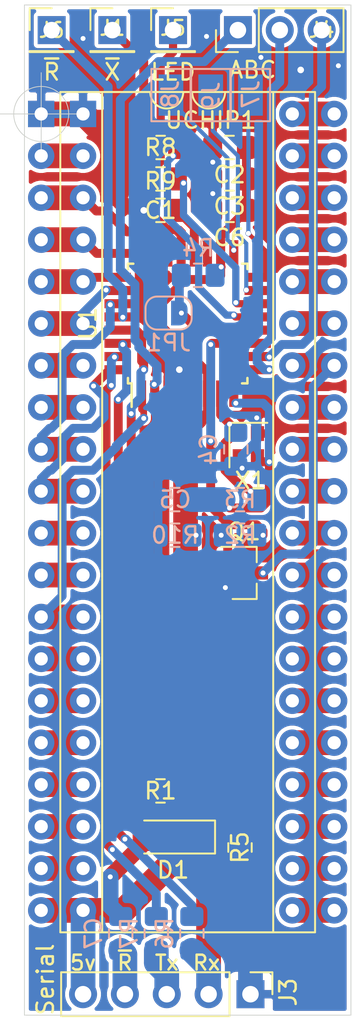
<source format=kicad_pcb>
(kicad_pcb (version 20171130) (host pcbnew "(5.1.5)-3")
  (layers (0 F.Cu signal) (31 B.Cu signal) (34 B.Paste user hide) (35 F.Paste user hide) (36 B.SilkS user) (37 F.SilkS user) (38 B.Mask user) (39 F.Mask user hide) (44 Edge.Cuts user))
  (net 0 "")
  (net 1 GND)
  (net 2 +5V)
  (net 3 /XTAL1)
  (net 4 /XTAL2)
  (net 5 "Net-(J1-Pad1)")
  (net 6 /ICSP-MISO)
  (net 7 /ICSP-SCK)
  (net 8 /ICSP-MOSI)
  (net 9 /ICSP-~RESET)
  (net 10 /SER-RXD)
  (net 11 /SER-TXD)
  (net 12 /KSW-A)
  (net 13 /KSW-B)
  (net 14 /KSW-C)
  (net 15 "Net-(J5-Pad1)")
  (net 16 /~RESTORE)
  (net 17 "Net-(JP1-Pad2)")
  (net 18 "Net-(Q1-Pad1)")
  (net 19 /U~RESET)
  (net 20 /URESET)
  (net 21 "Net-(R8-Pad2)")
  (net 22 "Net-(R9-Pad2)")
  (net 23 /ROW3)
  (net 24 /COL1)
  (net 25 /COL2)
  (net 26 /COL3)
  (net 27 /COL4)
  (net 28 /COL7)
  (net 29 /ROW0)
  (net 30 /UCNT)
  (net 31 /USIO)
  (net 32 /UTOD)
  (net 33 /UA0)
  (net 34 /U~PC)
  (net 35 /UA1)
  (net 36 /ROW7)
  (net 37 /UA2)
  (net 38 /ROW6)
  (net 39 /UA3)
  (net 40 /ROW5)
  (net 41 /ROW4)
  (net 42 /D0)
  (net 43 /D1)
  (net 44 /ROW2)
  (net 45 /D2)
  (net 46 /ROW1)
  (net 47 /D3)
  (net 48 /D4)
  (net 49 /D5)
  (net 50 /COL6)
  (net 51 /D6)
  (net 52 /COL5)
  (net 53 /D7)
  (net 54 /UCLK)
  (net 55 /U~FLAG)
  (net 56 /U~CE)
  (net 57 /UR~W)
  (net 58 /COL0)
  (net 59 /U~IRQ)
  (net 60 "Net-(C7-Pad2)")
  (net 61 "Net-(J3-Pad2)")
  (net 62 "Net-(J3-Pad3)")
  (net 63 "Net-(C1-Pad1)")
  (module Package_QFP:TQFP-32_7x7mm_P0.8mm (layer F.Cu) (at 107.95 63.5 90)
    (fp_text reference U1 (at 0 -6.05 90) (layer F.SilkS))
    (fp_text value ATmega328P-AU)
    (pad 1 smd rect (at -4.25 -2.8 90) (size 1.6 0.55) (layers F.Cu F.Paste F.Mask) (net 23 /ROW3))
    (pad 2 smd rect (at -4.25 -2 90) (size 1.6 0.55) (layers F.Cu F.Paste F.Mask) (net 12 /KSW-A))
    (pad 3 smd rect (at -4.25 -1.2 90) (size 1.6 0.55) (layers F.Cu F.Paste F.Mask) (net 1 GND))
    (pad 4 smd rect (at -4.25 -0.4 90) (size 1.6 0.55) (layers F.Cu F.Paste F.Mask) (net 2 +5V))
    (pad 5 smd rect (at -4.25 0.4 90) (size 1.6 0.55) (layers F.Cu F.Paste F.Mask) (net 1 GND))
    (pad 6 smd rect (at -4.25 1.2 90) (size 1.6 0.55) (layers F.Cu F.Paste F.Mask) (net 2 +5V))
    (pad 7 smd rect (at -4.25 2 90) (size 1.6 0.55) (layers F.Cu F.Paste F.Mask) (net 3 /XTAL1))
    (pad 8 smd rect (at -4.25 2.8 90) (size 1.6 0.55) (layers F.Cu F.Paste F.Mask) (net 4 /XTAL2))
    (pad 9 smd rect (at -2.8 4.25 180) (size 1.6 0.55) (layers F.Cu F.Paste F.Mask) (net 13 /KSW-B))
    (pad 10 smd rect (at -2 4.25 180) (size 1.6 0.55) (layers F.Cu F.Paste F.Mask) (net 14 /KSW-C))
    (pad 11 smd rect (at -1.2 4.25 180) (size 1.6 0.55) (layers F.Cu F.Paste F.Mask) (net 20 /URESET))
    (pad 12 smd rect (at -0.4 4.25 180) (size 1.6 0.55) (layers F.Cu F.Paste F.Mask) (net 17 "Net-(JP1-Pad2)"))
    (pad 13 smd rect (at 0.4 4.25 180) (size 1.6 0.55) (layers F.Cu F.Paste F.Mask) (net 21 "Net-(R8-Pad2)"))
    (pad 14 smd rect (at 1.2 4.25 180) (size 1.6 0.55) (layers F.Cu F.Paste F.Mask) (net 22 "Net-(R9-Pad2)"))
    (pad 15 smd rect (at 2 4.25 180) (size 1.6 0.55) (layers F.Cu F.Paste F.Mask) (net 8 /ICSP-MOSI))
    (pad 16 smd rect (at 2.8 4.25 180) (size 1.6 0.55) (layers F.Cu F.Paste F.Mask) (net 6 /ICSP-MISO))
    (pad 17 smd rect (at 4.25 2.8 90) (size 1.6 0.55) (layers F.Cu F.Paste F.Mask) (net 7 /ICSP-SCK))
    (pad 18 smd rect (at 4.25 2 90) (size 1.6 0.55) (layers F.Cu F.Paste F.Mask) (net 2 +5V))
    (pad 19 smd rect (at 4.25 1.2 90) (size 1.6 0.55) (layers F.Cu F.Paste F.Mask))
    (pad 20 smd rect (at 4.25 0.4 90) (size 1.6 0.55) (layers F.Cu F.Paste F.Mask) (net 63 "Net-(C1-Pad1)"))
    (pad 21 smd rect (at 4.25 -0.4 90) (size 1.6 0.55) (layers F.Cu F.Paste F.Mask) (net 1 GND))
    (pad 22 smd rect (at 4.25 -1.2 90) (size 1.6 0.55) (layers F.Cu F.Paste F.Mask))
    (pad 23 smd rect (at 4.25 -2 90) (size 1.6 0.55) (layers F.Cu F.Paste F.Mask) (net 24 /COL1))
    (pad 24 smd rect (at 4.25 -2.8 90) (size 1.6 0.55) (layers F.Cu F.Paste F.Mask) (net 25 /COL2))
    (pad 25 smd rect (at 2.8 -4.25 180) (size 1.6 0.55) (layers F.Cu F.Paste F.Mask) (net 26 /COL3))
    (pad 26 smd rect (at 2 -4.25 180) (size 1.6 0.55) (layers F.Cu F.Paste F.Mask) (net 27 /COL4))
    (pad 27 smd rect (at 1.2 -4.25 180) (size 1.6 0.55) (layers F.Cu F.Paste F.Mask) (net 28 /COL7))
    (pad 28 smd rect (at 0.4 -4.25 180) (size 1.6 0.55) (layers F.Cu F.Paste F.Mask) (net 16 /~RESTORE))
    (pad 29 smd rect (at -0.4 -4.25 180) (size 1.6 0.55) (layers F.Cu F.Paste F.Mask) (net 9 /ICSP-~RESET))
    (pad 30 smd rect (at -1.2 -4.25 180) (size 1.6 0.55) (layers F.Cu F.Paste F.Mask) (net 10 /SER-RXD))
    (pad 31 smd rect (at -2 -4.25 180) (size 1.6 0.55) (layers F.Cu F.Paste F.Mask) (net 11 /SER-TXD))
    (pad 32 smd rect (at -2.8 -4.25 180) (size 1.6 0.55) (layers F.Cu F.Paste F.Mask) (net 29 /ROW0))
  )
  (module Package_DIP:DIP-40_W15.24mm (layer F.Cu) (at 101.6 50.8)
    (fp_text reference UCHIP1 (at 7.747 0.381) (layer F.SilkS))
    (fp_text value MOS6526)
    (pad 40 thru_hole oval (at 15.24 0) (size 1.6 1.6) (drill 0.8) (layers *.Cu *.Mask) (net 30 /UCNT))
    (pad 20 thru_hole oval (at 0 48.26) (size 1.6 1.6) (drill 0.8) (layers *.Cu *.Mask) (net 2 +5V))
    (pad 39 thru_hole oval (at 15.24 2.54) (size 1.6 1.6) (drill 0.8) (layers *.Cu *.Mask) (net 31 /USIO))
    (pad 19 thru_hole oval (at 0 45.72) (size 1.6 1.6) (drill 0.8) (layers *.Cu *.Mask) (net 32 /UTOD))
    (pad 38 thru_hole oval (at 15.24 5.08) (size 1.6 1.6) (drill 0.8) (layers *.Cu *.Mask) (net 33 /UA0))
    (pad 18 thru_hole oval (at 0 43.18) (size 1.6 1.6) (drill 0.8) (layers *.Cu *.Mask) (net 34 /U~PC))
    (pad 37 thru_hole oval (at 15.24 7.62) (size 1.6 1.6) (drill 0.8) (layers *.Cu *.Mask) (net 35 /UA1))
    (pad 17 thru_hole oval (at 0 40.64) (size 1.6 1.6) (drill 0.8) (layers *.Cu *.Mask) (net 36 /ROW7))
    (pad 36 thru_hole oval (at 15.24 10.16) (size 1.6 1.6) (drill 0.8) (layers *.Cu *.Mask) (net 37 /UA2))
    (pad 16 thru_hole oval (at 0 38.1) (size 1.6 1.6) (drill 0.8) (layers *.Cu *.Mask) (net 38 /ROW6))
    (pad 35 thru_hole oval (at 15.24 12.7) (size 1.6 1.6) (drill 0.8) (layers *.Cu *.Mask) (net 39 /UA3))
    (pad 15 thru_hole oval (at 0 35.56) (size 1.6 1.6) (drill 0.8) (layers *.Cu *.Mask) (net 40 /ROW5))
    (pad 34 thru_hole oval (at 15.24 15.24) (size 1.6 1.6) (drill 0.8) (layers *.Cu *.Mask) (net 19 /U~RESET))
    (pad 14 thru_hole oval (at 0 33.02) (size 1.6 1.6) (drill 0.8) (layers *.Cu *.Mask) (net 41 /ROW4))
    (pad 33 thru_hole oval (at 15.24 17.78) (size 1.6 1.6) (drill 0.8) (layers *.Cu *.Mask) (net 42 /D0))
    (pad 13 thru_hole oval (at 0 30.48) (size 1.6 1.6) (drill 0.8) (layers *.Cu *.Mask) (net 23 /ROW3))
    (pad 32 thru_hole oval (at 15.24 20.32) (size 1.6 1.6) (drill 0.8) (layers *.Cu *.Mask) (net 43 /D1))
    (pad 12 thru_hole oval (at 0 27.94) (size 1.6 1.6) (drill 0.8) (layers *.Cu *.Mask) (net 44 /ROW2))
    (pad 31 thru_hole oval (at 15.24 22.86) (size 1.6 1.6) (drill 0.8) (layers *.Cu *.Mask) (net 45 /D2))
    (pad 11 thru_hole oval (at 0 25.4) (size 1.6 1.6) (drill 0.8) (layers *.Cu *.Mask) (net 46 /ROW1))
    (pad 30 thru_hole oval (at 15.24 25.4) (size 1.6 1.6) (drill 0.8) (layers *.Cu *.Mask) (net 47 /D3))
    (pad 10 thru_hole oval (at 0 22.86) (size 1.6 1.6) (drill 0.8) (layers *.Cu *.Mask) (net 29 /ROW0))
    (pad 29 thru_hole oval (at 15.24 27.94) (size 1.6 1.6) (drill 0.8) (layers *.Cu *.Mask) (net 48 /D4))
    (pad 9 thru_hole oval (at 0 20.32) (size 1.6 1.6) (drill 0.8) (layers *.Cu *.Mask) (net 28 /COL7))
    (pad 28 thru_hole oval (at 15.24 30.48) (size 1.6 1.6) (drill 0.8) (layers *.Cu *.Mask) (net 49 /D5))
    (pad 8 thru_hole oval (at 0 17.78) (size 1.6 1.6) (drill 0.8) (layers *.Cu *.Mask) (net 50 /COL6))
    (pad 27 thru_hole oval (at 15.24 33.02) (size 1.6 1.6) (drill 0.8) (layers *.Cu *.Mask) (net 51 /D6))
    (pad 7 thru_hole oval (at 0 15.24) (size 1.6 1.6) (drill 0.8) (layers *.Cu *.Mask) (net 52 /COL5))
    (pad 26 thru_hole oval (at 15.24 35.56) (size 1.6 1.6) (drill 0.8) (layers *.Cu *.Mask) (net 53 /D7))
    (pad 6 thru_hole oval (at 0 12.7) (size 1.6 1.6) (drill 0.8) (layers *.Cu *.Mask) (net 27 /COL4))
    (pad 25 thru_hole oval (at 15.24 38.1) (size 1.6 1.6) (drill 0.8) (layers *.Cu *.Mask) (net 54 /UCLK))
    (pad 5 thru_hole oval (at 0 10.16) (size 1.6 1.6) (drill 0.8) (layers *.Cu *.Mask) (net 26 /COL3))
    (pad 24 thru_hole oval (at 15.24 40.64) (size 1.6 1.6) (drill 0.8) (layers *.Cu *.Mask) (net 55 /U~FLAG))
    (pad 4 thru_hole oval (at 0 7.62) (size 1.6 1.6) (drill 0.8) (layers *.Cu *.Mask) (net 25 /COL2))
    (pad 23 thru_hole oval (at 15.24 43.18) (size 1.6 1.6) (drill 0.8) (layers *.Cu *.Mask) (net 56 /U~CE))
    (pad 3 thru_hole oval (at 0 5.08) (size 1.6 1.6) (drill 0.8) (layers *.Cu *.Mask) (net 24 /COL1))
    (pad 22 thru_hole oval (at 15.24 45.72) (size 1.6 1.6) (drill 0.8) (layers *.Cu *.Mask) (net 57 /UR~W))
    (pad 2 thru_hole oval (at 0 2.54) (size 1.6 1.6) (drill 0.8) (layers *.Cu *.Mask) (net 58 /COL0))
    (pad 21 thru_hole oval (at 15.24 48.26) (size 1.6 1.6) (drill 0.8) (layers *.Cu *.Mask) (net 59 /U~IRQ))
    (pad 1 thru_hole rect (at 0 0) (size 1.6 1.6) (drill 0.8) (layers *.Cu *.Mask) (net 1 GND))
  )
  (module Package_DIP:DIP-40_W15.24mm (layer F.Cu) (at 99.06 50.8)
    (fp_text reference USOCKET1)
    (fp_text value MOS6526)
    (pad 1 thru_hole rect (at 0 0) (size 1.6 1.6) (drill 0.8) (layers *.Cu *.Mask) (net 1 GND))
    (pad 21 thru_hole oval (at 15.24 48.26) (size 1.6 1.6) (drill 0.8) (layers *.Cu *.Mask) (net 59 /U~IRQ))
    (pad 2 thru_hole oval (at 0 2.54) (size 1.6 1.6) (drill 0.8) (layers *.Cu *.Mask) (net 58 /COL0))
    (pad 22 thru_hole oval (at 15.24 45.72) (size 1.6 1.6) (drill 0.8) (layers *.Cu *.Mask) (net 57 /UR~W))
    (pad 3 thru_hole oval (at 0 5.08) (size 1.6 1.6) (drill 0.8) (layers *.Cu *.Mask) (net 24 /COL1))
    (pad 23 thru_hole oval (at 15.24 43.18) (size 1.6 1.6) (drill 0.8) (layers *.Cu *.Mask) (net 56 /U~CE))
    (pad 4 thru_hole oval (at 0 7.62) (size 1.6 1.6) (drill 0.8) (layers *.Cu *.Mask) (net 25 /COL2))
    (pad 24 thru_hole oval (at 15.24 40.64) (size 1.6 1.6) (drill 0.8) (layers *.Cu *.Mask) (net 55 /U~FLAG))
    (pad 5 thru_hole oval (at 0 10.16) (size 1.6 1.6) (drill 0.8) (layers *.Cu *.Mask) (net 26 /COL3))
    (pad 25 thru_hole oval (at 15.24 38.1) (size 1.6 1.6) (drill 0.8) (layers *.Cu *.Mask) (net 54 /UCLK))
    (pad 6 thru_hole oval (at 0 12.7) (size 1.6 1.6) (drill 0.8) (layers *.Cu *.Mask) (net 27 /COL4))
    (pad 26 thru_hole oval (at 15.24 35.56) (size 1.6 1.6) (drill 0.8) (layers *.Cu *.Mask) (net 53 /D7))
    (pad 7 thru_hole oval (at 0 15.24) (size 1.6 1.6) (drill 0.8) (layers *.Cu *.Mask) (net 52 /COL5))
    (pad 27 thru_hole oval (at 15.24 33.02) (size 1.6 1.6) (drill 0.8) (layers *.Cu *.Mask) (net 51 /D6))
    (pad 8 thru_hole oval (at 0 17.78) (size 1.6 1.6) (drill 0.8) (layers *.Cu *.Mask) (net 50 /COL6))
    (pad 28 thru_hole oval (at 15.24 30.48) (size 1.6 1.6) (drill 0.8) (layers *.Cu *.Mask) (net 49 /D5))
    (pad 9 thru_hole oval (at 0 20.32) (size 1.6 1.6) (drill 0.8) (layers *.Cu *.Mask) (net 28 /COL7))
    (pad 29 thru_hole oval (at 15.24 27.94) (size 1.6 1.6) (drill 0.8) (layers *.Cu *.Mask) (net 48 /D4))
    (pad 10 thru_hole oval (at 0 22.86) (size 1.6 1.6) (drill 0.8) (layers *.Cu *.Mask) (net 29 /ROW0))
    (pad 30 thru_hole oval (at 15.24 25.4) (size 1.6 1.6) (drill 0.8) (layers *.Cu *.Mask) (net 47 /D3))
    (pad 11 thru_hole oval (at 0 25.4) (size 1.6 1.6) (drill 0.8) (layers *.Cu *.Mask) (net 46 /ROW1))
    (pad 31 thru_hole oval (at 15.24 22.86) (size 1.6 1.6) (drill 0.8) (layers *.Cu *.Mask) (net 45 /D2))
    (pad 12 thru_hole oval (at 0 27.94) (size 1.6 1.6) (drill 0.8) (layers *.Cu *.Mask) (net 44 /ROW2))
    (pad 32 thru_hole oval (at 15.24 20.32) (size 1.6 1.6) (drill 0.8) (layers *.Cu *.Mask) (net 43 /D1))
    (pad 13 thru_hole oval (at 0 30.48) (size 1.6 1.6) (drill 0.8) (layers *.Cu *.Mask) (net 23 /ROW3))
    (pad 33 thru_hole oval (at 15.24 17.78) (size 1.6 1.6) (drill 0.8) (layers *.Cu *.Mask) (net 42 /D0))
    (pad 14 thru_hole oval (at 0 33.02) (size 1.6 1.6) (drill 0.8) (layers *.Cu *.Mask) (net 41 /ROW4))
    (pad 34 thru_hole oval (at 15.24 15.24) (size 1.6 1.6) (drill 0.8) (layers *.Cu *.Mask) (net 19 /U~RESET))
    (pad 15 thru_hole oval (at 0 35.56) (size 1.6 1.6) (drill 0.8) (layers *.Cu *.Mask) (net 40 /ROW5))
    (pad 35 thru_hole oval (at 15.24 12.7) (size 1.6 1.6) (drill 0.8) (layers *.Cu *.Mask) (net 39 /UA3))
    (pad 16 thru_hole oval (at 0 38.1) (size 1.6 1.6) (drill 0.8) (layers *.Cu *.Mask) (net 38 /ROW6))
    (pad 36 thru_hole oval (at 15.24 10.16) (size 1.6 1.6) (drill 0.8) (layers *.Cu *.Mask) (net 37 /UA2))
    (pad 17 thru_hole oval (at 0 40.64) (size 1.6 1.6) (drill 0.8) (layers *.Cu *.Mask) (net 36 /ROW7))
    (pad 37 thru_hole oval (at 15.24 7.62) (size 1.6 1.6) (drill 0.8) (layers *.Cu *.Mask) (net 35 /UA1))
    (pad 18 thru_hole oval (at 0 43.18) (size 1.6 1.6) (drill 0.8) (layers *.Cu *.Mask) (net 34 /U~PC))
    (pad 38 thru_hole oval (at 15.24 5.08) (size 1.6 1.6) (drill 0.8) (layers *.Cu *.Mask) (net 33 /UA0))
    (pad 19 thru_hole oval (at 0 45.72) (size 1.6 1.6) (drill 0.8) (layers *.Cu *.Mask) (net 32 /UTOD))
    (pad 39 thru_hole oval (at 15.24 2.54) (size 1.6 1.6) (drill 0.8) (layers *.Cu *.Mask) (net 31 /USIO))
    (pad 20 thru_hole oval (at 0 48.26) (size 1.6 1.6) (drill 0.8) (layers *.Cu *.Mask) (net 2 +5V))
    (pad 40 thru_hole oval (at 15.24 0) (size 1.6 1.6) (drill 0.8) (layers *.Cu *.Mask) (net 30 /UCNT))
  )
  (module Capacitor_SMD:C_0805_2012Metric_Pad1.15x1.40mm_HandSolder (layer F.Cu) (at 106.299 56.642 180)
    (fp_text reference C1 (at 0 0) (layer F.SilkS))
    (fp_text value 0.1uF)
    (pad 1 smd roundrect (at -1.025 0 180) (size 1.15 1.4) (layers F.Cu F.Paste F.Mask) (roundrect_rratio 0.217391) (net 63 "Net-(C1-Pad1)"))
    (pad 2 smd roundrect (at 1.025 0 180) (size 1.15 1.4) (layers F.Cu F.Paste F.Mask) (roundrect_rratio 0.217391) (net 1 GND))
  )
  (module Capacitor_SMD:C_0805_2012Metric_Pad1.15x1.40mm_HandSolder (layer F.Cu) (at 110.49 52.832 180)
    (fp_text reference C2 (at 0 -1.65) (layer F.SilkS))
    (fp_text value 0.1uF)
    (pad 2 smd roundrect (at 1.025 0 180) (size 1.15 1.4) (layers F.Cu F.Paste F.Mask) (roundrect_rratio 0.217391) (net 1 GND))
    (pad 1 smd roundrect (at -1.025 0 180) (size 1.15 1.4) (layers F.Cu F.Paste F.Mask) (roundrect_rratio 0.217391) (net 2 +5V))
  )
  (module Capacitor_SMD:C_0805_2012Metric_Pad1.15x1.40mm_HandSolder (layer F.Cu) (at 110.49 54.737 180)
    (fp_text reference C3 (at 0 -1.65) (layer F.SilkS))
    (fp_text value 0.1uF)
    (pad 1 smd roundrect (at -1.025 0 180) (size 1.15 1.4) (layers F.Cu F.Paste F.Mask) (roundrect_rratio 0.217391) (net 2 +5V))
    (pad 2 smd roundrect (at 1.025 0 180) (size 1.15 1.4) (layers F.Cu F.Paste F.Mask) (roundrect_rratio 0.217391) (net 1 GND))
  )
  (module Capacitor_SMD:C_0805_2012Metric_Pad1.15x1.40mm_HandSolder (layer B.Cu) (at 110.871 71.12 270)
    (fp_text reference C4 (at 0 1.65 270) (layer B.SilkS) (effects (justify mirror)))
    (fp_text value 22pF)
    (pad 2 smd roundrect (at 1.025 0 270) (size 1.15 1.4) (layers B.Cu B.Paste B.Mask) (roundrect_rratio 0.217391) (net 1 GND))
    (pad 1 smd roundrect (at -1.025 0 270) (size 1.15 1.4) (layers B.Cu B.Paste B.Mask) (roundrect_rratio 0.217391) (net 3 /XTAL1))
  )
  (module Capacitor_SMD:C_0805_2012Metric_Pad1.15x1.40mm_HandSolder (layer B.Cu) (at 107.188 74.168 180)
    (fp_text reference C5 (at 0 0) (layer B.SilkS) (effects (justify mirror)))
    (fp_text value 22pF)
    (pad 1 smd roundrect (at -1.025 0 180) (size 1.15 1.4) (layers B.Cu B.Paste B.Mask) (roundrect_rratio 0.217391) (net 4 /XTAL2))
    (pad 2 smd roundrect (at 1.025 0 180) (size 1.15 1.4) (layers B.Cu B.Paste B.Mask) (roundrect_rratio 0.217391) (net 1 GND))
  )
  (module Capacitor_SMD:C_0805_2012Metric_Pad1.15x1.40mm_HandSolder (layer F.Cu) (at 110.49 56.642 180)
    (fp_text reference C6 (at 0 -1.65) (layer F.SilkS))
    (fp_text value 0.1uF)
    (pad 2 smd roundrect (at 1.025 0 180) (size 1.15 1.4) (layers F.Cu F.Paste F.Mask) (roundrect_rratio 0.217391) (net 1 GND))
    (pad 1 smd roundrect (at -1.025 0 180) (size 1.15 1.4) (layers F.Cu F.Paste F.Mask) (roundrect_rratio 0.217391) (net 2 +5V))
  )
  (module Connector_PinHeader_2.54mm:PinHeader_1x01_P2.54mm_Vertical (layer F.Cu) (at 103.378 45.72)
    (fp_text reference J1 (at 0 -0.127) (layer F.SilkS) (effects (font (size 0.9 0.9))))
    (fp_text value ~EXROM)
    (pad 1 thru_hole rect (at 0 0) (size 1.7 1.7) (drill 1) (layers *.Cu *.Mask) (net 5 "Net-(J1-Pad1)"))
  )
  (module Connector_PinHeader_2.54mm:PinHeader_1x05_P2.54mm_Vertical (layer F.Cu) (at 111.76 104.14 270)
    (fp_text reference J3 (at -0.127 -2.286 90) (layer F.SilkS))
    (fp_text value Serial (at -0.889 12.446 90) (layer F.SilkS))
    (pad 1 thru_hole rect (at 0 0 270) (size 1.7 1.7) (drill 1) (layers *.Cu *.Mask) (net 1 GND))
    (pad 2 thru_hole oval (at 0 2.54 270) (size 1.7 1.7) (drill 1) (layers *.Cu *.Mask) (net 61 "Net-(J3-Pad2)"))
    (pad 3 thru_hole oval (at 0 5.08 270) (size 1.7 1.7) (drill 1) (layers *.Cu *.Mask) (net 62 "Net-(J3-Pad3)"))
    (pad 4 thru_hole oval (at 0 7.62 270) (size 1.7 1.7) (drill 1) (layers *.Cu *.Mask) (net 60 "Net-(C7-Pad2)"))
    (pad 5 thru_hole oval (at 0 10.16 270) (size 1.7 1.7) (drill 1) (layers *.Cu *.Mask) (net 2 +5V))
  )
  (module Connector_PinHeader_2.54mm:PinHeader_1x03_P2.54mm_Vertical (layer F.Cu) (at 110.998 45.72 90)
    (fp_text reference J4 (at 0 5.08 180) (layer F.SilkS) (effects (font (size 0.9 0.9))))
    (fp_text value KSW)
    (pad 1 thru_hole rect (at 0 0 90) (size 1.7 1.7) (drill 1) (layers *.Cu *.Mask) (net 12 /KSW-A))
    (pad 2 thru_hole oval (at 0 2.54 90) (size 1.7 1.7) (drill 1) (layers *.Cu *.Mask) (net 13 /KSW-B))
    (pad 3 thru_hole oval (at 0 5.08 90) (size 1.7 1.7) (drill 1) (layers *.Cu *.Mask) (net 14 /KSW-C))
  )
  (module Connector_PinHeader_2.54mm:PinHeader_1x01_P2.54mm_Vertical (layer F.Cu) (at 107.061 45.72)
    (fp_text reference J5 (at 0 -0.127) (layer F.SilkS) (effects (font (size 0.9 0.9))))
    (fp_text value RESIO)
    (pad 1 thru_hole rect (at 0 0) (size 1.7 1.7) (drill 1) (layers *.Cu *.Mask) (net 15 "Net-(J5-Pad1)"))
  )
  (module Connector_PinHeader_2.54mm:PinHeader_1x01_P2.54mm_Vertical (layer F.Cu) (at 99.695 45.72)
    (fp_text reference J6 (at 0 0) (layer F.SilkS) (effects (font (size 0.9 0.9))))
    (fp_text value ~RESTORE)
    (pad 1 thru_hole rect (at 0 0) (size 1.7 1.7) (drill 1) (layers *.Cu *.Mask) (net 16 /~RESTORE))
  )
  (module Jumper:SolderJumper-2_P1.3mm_Open_RoundedPad1.0x1.5mm (layer B.Cu) (at 106.792 62.865)
    (fp_text reference JP1 (at 0 1.8) (layer B.SilkS) (effects (justify mirror)))
    (fp_text value ~SHRTBRD)
    (pad 1 smd custom (at -0.65 0) (size 1 0.5) (layers B.Cu B.Mask) (net 1 GND) (options (clearance outline) (anchor rect)) (primitives (gr_circle (center 0 -0.25) (end 0.5 -0.25) (width 0)) (gr_circle (center 0 0.25) (end 0.5 0.25) (width 0)) (gr_poly (pts (xy 0 0.75) (xy 0.5 0.75) (xy 0.5 -0.75) (xy 0 -0.75)) (width 0))))
    (pad 2 smd custom (at 0.65 0) (size 1 0.5) (layers B.Cu B.Mask) (net 17 "Net-(JP1-Pad2)") (options (clearance outline) (anchor rect)) (primitives (gr_circle (center 0 -0.25) (end 0.5 -0.25) (width 0)) (gr_circle (center 0 0.25) (end 0.5 0.25) (width 0)) (gr_poly (pts (xy 0 0.75) (xy -0.5 0.75) (xy -0.5 -0.75) (xy 0 -0.75)) (width 0))))
  )
  (module Package_TO_SOT_SMD:SOT-23 (layer F.Cu) (at 111.379 78.613)
    (fp_text reference Q1 (at 0 -2.5) (layer F.SilkS))
    (fp_text value BC846)
    (pad 1 smd rect (at -1 -0.95) (size 0.9 0.8) (layers F.Cu F.Paste F.Mask) (net 18 "Net-(Q1-Pad1)"))
    (pad 2 smd rect (at -1 0.95) (size 0.9 0.8) (layers F.Cu F.Paste F.Mask) (net 1 GND))
    (pad 3 smd rect (at 1 0) (size 0.9 0.8) (layers F.Cu F.Paste F.Mask) (net 19 /U~RESET))
  )
  (module Resistor_SMD:R_0805_2012Metric_Pad1.15x1.40mm_HandSolder (layer B.Cu) (at 111.125 76.327)
    (fp_text reference R2 (at 0 0) (layer B.SilkS) (effects (justify mirror)))
    (fp_text value 10K)
    (pad 2 smd roundrect (at 1.025 0) (size 1.15 1.4) (layers B.Cu B.Paste B.Mask) (roundrect_rratio 0.217391) (net 20 /URESET))
    (pad 1 smd roundrect (at -1.025 0) (size 1.15 1.4) (layers B.Cu B.Paste B.Mask) (roundrect_rratio 0.217391) (net 18 "Net-(Q1-Pad1)"))
  )
  (module Resistor_SMD:R_0805_2012Metric_Pad1.15x1.40mm_HandSolder (layer B.Cu) (at 111.125 74.168)
    (fp_text reference R3 (at 0 0) (layer B.SilkS) (effects (justify mirror)))
    (fp_text value 1M)
    (pad 2 smd roundrect (at 1.025 0) (size 1.15 1.4) (layers B.Cu B.Paste B.Mask) (roundrect_rratio 0.217391) (net 3 /XTAL1))
    (pad 1 smd roundrect (at -1.025 0) (size 1.15 1.4) (layers B.Cu B.Paste B.Mask) (roundrect_rratio 0.217391) (net 4 /XTAL2))
  )
  (module Resistor_SMD:R_0805_2012Metric_Pad1.15x1.40mm_HandSolder (layer B.Cu) (at 108.585 60.579 180)
    (fp_text reference R4 (at 0 1.65) (layer B.SilkS) (effects (justify mirror)))
    (fp_text value 10K)
    (pad 1 smd roundrect (at -1.025 0 180) (size 1.15 1.4) (layers B.Cu B.Paste B.Mask) (roundrect_rratio 0.217391) (net 2 +5V))
    (pad 2 smd roundrect (at 1.025 0 180) (size 1.15 1.4) (layers B.Cu B.Paste B.Mask) (roundrect_rratio 0.217391) (net 17 "Net-(JP1-Pad2)"))
  )
  (module Resistor_SMD:R_0805_2012Metric_Pad1.15x1.40mm_HandSolder (layer F.Cu) (at 106.308 52.832)
    (fp_text reference R8 (at -0.009 0) (layer F.SilkS))
    (fp_text value 220R)
    (pad 2 smd roundrect (at 1.025 0) (size 1.15 1.4) (layers F.Cu F.Paste F.Mask) (roundrect_rratio 0.217391) (net 21 "Net-(R8-Pad2)"))
    (pad 1 smd roundrect (at -1.025 0) (size 1.15 1.4) (layers F.Cu F.Paste F.Mask) (roundrect_rratio 0.217391) (net 5 "Net-(J1-Pad1)"))
  )
  (module Resistor_SMD:R_0805_2012Metric_Pad1.15x1.40mm_HandSolder (layer F.Cu) (at 106.299 54.737)
    (fp_text reference R9 (at 0 0.127) (layer F.SilkS))
    (fp_text value 330R)
    (pad 1 smd roundrect (at -1.025 0) (size 1.15 1.4) (layers F.Cu F.Paste F.Mask) (roundrect_rratio 0.217391) (net 15 "Net-(J5-Pad1)"))
    (pad 2 smd roundrect (at 1.025 0) (size 1.15 1.4) (layers F.Cu F.Paste F.Mask) (roundrect_rratio 0.217391) (net 22 "Net-(R9-Pad2)"))
  )
  (module Resistor_SMD:R_0805_2012Metric_Pad1.15x1.40mm_HandSolder (layer B.Cu) (at 107.188 76.327 180)
    (fp_text reference R10 (at 0 0) (layer B.SilkS) (effects (justify mirror)))
    (fp_text value 1M)
    (pad 1 smd roundrect (at -1.025 0 180) (size 1.15 1.4) (layers B.Cu B.Paste B.Mask) (roundrect_rratio 0.217391) (net 2 +5V))
    (pad 2 smd roundrect (at 1.025 0 180) (size 1.15 1.4) (layers B.Cu B.Paste B.Mask) (roundrect_rratio 0.217391) (net 1 GND))
  )
  (module Crystal:Crystal_SMD_2016-4Pin_2.0x1.6mm (layer F.Cu) (at 111.633 70.866 270)
    (fp_text reference X1 (at 2.159 -0.127 180) (layer F.SilkS))
    (fp_text value 16MHz)
    (pad 1 smd rect (at -0.7 0.55 270) (size 0.9 0.8) (layers F.Cu F.Paste F.Mask) (net 3 /XTAL1))
    (pad 2 smd rect (at 0.7 0.55 270) (size 0.9 0.8) (layers F.Cu F.Paste F.Mask) (net 1 GND))
    (pad 3 smd rect (at 0.7 -0.55 270) (size 0.9 0.8) (layers F.Cu F.Paste F.Mask) (net 4 /XTAL2))
    (pad 4 smd rect (at -0.7 -0.55 270) (size 0.9 0.8) (layers F.Cu F.Paste F.Mask) (net 1 GND))
  )
  (module Capacitor_SMD:C_0805_2012Metric_Pad1.15x1.40mm_HandSolder (layer B.Cu) (at 103.886 100.457 270)
    (fp_text reference C7 (at 0 1.65 270) (layer B.SilkS) (effects (justify mirror)))
    (fp_text value 0.1uF)
    (pad 1 smd roundrect (at -1.025 0 270) (size 1.15 1.4) (layers B.Cu B.Paste B.Mask) (roundrect_rratio 0.217391) (net 9 /ICSP-~RESET))
    (pad 2 smd roundrect (at 1.025 0 270) (size 1.15 1.4) (layers B.Cu B.Paste B.Mask) (roundrect_rratio 0.217391) (net 60 "Net-(C7-Pad2)"))
  )
  (module Resistor_SMD:R_0805_2012Metric_Pad1.15x1.40mm_HandSolder (layer F.Cu) (at 106.299 91.821 180)
    (fp_text reference R1 (at 0 0) (layer F.SilkS))
    (fp_text value 10K)
    (pad 1 smd roundrect (at -1.025 0 180) (size 1.15 1.4) (layers F.Cu F.Paste F.Mask) (roundrect_rratio 0.217391) (net 2 +5V))
    (pad 2 smd roundrect (at 1.025 0 180) (size 1.15 1.4) (layers F.Cu F.Paste F.Mask) (roundrect_rratio 0.217391) (net 9 /ICSP-~RESET))
  )
  (module Resistor_SMD:R_0805_2012Metric_Pad1.15x1.40mm_HandSolder (layer F.Cu) (at 111.125 95.25 270)
    (fp_text reference R5 (at 0 0 90) (layer F.SilkS))
    (fp_text value 10K)
    (pad 2 smd roundrect (at 1.025 0 270) (size 1.15 1.4) (layers F.Cu F.Paste F.Mask) (roundrect_rratio 0.217391) (net 61 "Net-(J3-Pad2)"))
    (pad 1 smd roundrect (at -1.025 0 270) (size 1.15 1.4) (layers F.Cu F.Paste F.Mask) (roundrect_rratio 0.217391) (net 2 +5V))
  )
  (module Resistor_SMD:R_0805_2012Metric_Pad1.15x1.40mm_HandSolder (layer B.Cu) (at 108.204 100.457 270)
    (fp_text reference R6 (at 0 1.65 270) (layer B.SilkS) (effects (justify mirror)))
    (fp_text value 1K)
    (pad 2 smd roundrect (at 1.025 0 270) (size 1.15 1.4) (layers B.Cu B.Paste B.Mask) (roundrect_rratio 0.217391) (net 61 "Net-(J3-Pad2)"))
    (pad 1 smd roundrect (at -1.025 0 270) (size 1.15 1.4) (layers B.Cu B.Paste B.Mask) (roundrect_rratio 0.217391) (net 10 /SER-RXD))
  )
  (module Resistor_SMD:R_0805_2012Metric_Pad1.15x1.40mm_HandSolder (layer B.Cu) (at 106.045 100.457 270)
    (fp_text reference R7 (at 0 1.65 90) (layer B.SilkS) (effects (justify mirror)))
    (fp_text value 1K)
    (pad 1 smd roundrect (at -1.025 0 270) (size 1.15 1.4) (layers B.Cu B.Paste B.Mask) (roundrect_rratio 0.217391) (net 11 /SER-TXD))
    (pad 2 smd roundrect (at 1.025 0 270) (size 1.15 1.4) (layers B.Cu B.Paste B.Mask) (roundrect_rratio 0.217391) (net 62 "Net-(J3-Pad3)"))
  )
  (module Diode_SMD:D_MiniMELF (layer F.Cu) (at 107.061 94.615 180)
    (fp_text reference D1 (at 0 -2) (layer F.SilkS))
    (fp_text value 1N4148)
    (pad 1 smd rect (at -1.75 0 180) (size 1.3 1.7) (layers F.Cu F.Paste F.Mask) (net 2 +5V))
    (pad 2 smd rect (at 1.75 0 180) (size 1.3 1.7) (layers F.Cu F.Paste F.Mask) (net 9 /ICSP-~RESET))
  )
  (module CPU2:SolderPad (layer B.Cu) (at 111.76 49.657 90)
    (fp_text reference J7 (at 0.045999 0.021999 90) (layer B.SilkS) (effects (justify mirror)))
    (fp_text value MISO)
    (pad 1 smd rect (at 0 0 90) (size 2.5 1.5) (layers B.Cu B.Paste B.Mask) (net 6 /ICSP-MISO))
  )
  (module CPU2:SolderPad (layer B.Cu) (at 106.934 49.657 90)
    (fp_text reference J8 (at 0.045999 -0.039001 90) (layer B.SilkS) (effects (justify mirror)))
    (fp_text value SCK)
    (pad 1 smd rect (at 0 0 90) (size 2.5 1.5) (layers B.Cu B.Paste B.Mask) (net 7 /ICSP-SCK))
  )
  (module CPU2:SolderPad (layer B.Cu) (at 109.347 49.657 90)
    (fp_text reference J9 (at -0.043001 0.021999 90) (layer B.SilkS) (effects (justify mirror)))
    (fp_text value MOSI)
    (pad 1 smd rect (at 0 0 90) (size 2.5 1.5) (layers B.Cu B.Paste B.Mask) (net 8 /ICSP-MOSI))
  )
  (gr_text ABC (at 111.887 48.133) (layer F.SilkS) (effects (font (size 1 1))))
  (gr_text LED (at 107.061 48.26) (layer F.SilkS) (effects (font (size 1 1))))
  (gr_text ~X (at 103.378 48.26) (layer F.SilkS) (effects (font (size 1 1))))
  (gr_text ~R (at 99.695 48.26) (layer F.SilkS) (effects (font (size 1 1))))
  (target plus (at 99.06 50.8) (size 5) (width 0.05) (layer Edge.Cuts))
  (gr_text 5v (at 101.6 102.235) (layer F.SilkS) (effects (font (size 0.9 0.9))))
  (gr_text ~R (at 104.14 102.235) (layer F.SilkS) (effects (font (size 0.9 0.9))))
  (gr_text Tx (at 106.68 102.235) (layer F.SilkS) (effects (font (size 0.9 0.9))))
  (gr_text Rx (at 109.093 102.235) (layer F.SilkS) (effects (font (size 0.9 0.9))))
  (gr_line (start 98.044 44.196) (end 98.044 105.41) (layer Edge.Cuts) (width 0.05))
  (gr_line (start 98.171 44.196) (end 98.044 44.196) (layer Edge.Cuts) (width 0.05))
  (gr_line (start 117.856 105.41) (end 98.044 105.41) (layer Edge.Cuts) (width 0.05))
  (gr_line (start 117.856 44.196) (end 117.856 105.41) (layer Edge.Cuts) (width 0.05))
  (gr_line (start 98.171 44.196) (end 117.856 44.196) (layer Edge.Cuts) (width 0.05))
  (via (at 114.808 48.133) (size 0.8) (drill 0.4) (layers F.Cu B.Cu) (net 1))
  (via (at 111.252 72.263) (size 0.35) (drill 0.3) (layers F.Cu B.Cu) (net 1))
  (segment (start 99.06 50.8) (end 101.6 50.8) (width 1.5) (layer F.Cu) (net 1))
  (segment (start 103.632 52.781998) (end 103.632 55.576254) (width 1.5) (layer F.Cu) (net 1))
  (segment (start 101.650002 50.8) (end 103.632 52.781998) (width 1.5) (layer F.Cu) (net 1))
  (segment (start 101.6 50.8) (end 101.650002 50.8) (width 1.5) (layer F.Cu) (net 1))
  (segment (start 109.465 52.832) (end 109.465 54.737) (width 0.539) (layer F.Cu) (net 1))
  (segment (start 109.465 54.737) (end 109.465 56.642) (width 0.539) (layer F.Cu) (net 1))
  (via (at 109.474 53.721) (size 0.35) (drill 0.3) (layers F.Cu B.Cu) (net 1))
  (via (at 109.474 55.626) (size 0.35) (drill 0.3) (layers F.Cu B.Cu) (net 1))
  (segment (start 107.312509 65.328862) (end 107.312509 68.939254) (width 1.5) (layer B.Cu) (net 1))
  (segment (start 107.312509 68.939254) (end 107.048882 69.202882) (width 1.5) (layer B.Cu) (net 1))
  (segment (start 107.048882 69.202882) (end 105.156 71.095763) (width 1.5) (layer B.Cu) (net 1))
  (segment (start 108.35 66.694) (end 108.35 67.75) (width 0.539) (layer F.Cu) (net 1))
  (segment (start 107.95 66.294) (end 108.35 66.694) (width 0.539) (layer F.Cu) (net 1))
  (segment (start 107.188 66.294) (end 107.442 66.294) (width 0.539) (layer F.Cu) (net 1))
  (segment (start 106.75 67.75) (end 106.75 66.732) (width 0.539) (layer F.Cu) (net 1))
  (segment (start 106.75 66.732) (end 107.188 66.294) (width 0.539) (layer F.Cu) (net 1))
  (segment (start 107.442 66.294) (end 107.95 66.294) (width 0.539) (layer F.Cu) (net 1))
  (via (at 107.442 66.294) (size 0.8) (drill 0.4) (layers F.Cu B.Cu) (net 1))
  (segment (start 105.283 74.168) (end 105.156 74.041) (width 0.539) (layer B.Cu) (net 1))
  (segment (start 106.163 74.168) (end 105.283 74.168) (width 0.539) (layer B.Cu) (net 1))
  (segment (start 105.283 76.327) (end 105.156 76.2) (width 0.539) (layer B.Cu) (net 1))
  (segment (start 106.163 76.327) (end 105.283 76.327) (width 0.539) (layer B.Cu) (net 1))
  (segment (start 105.156 74.041) (end 105.156 76.2) (width 1.5) (layer B.Cu) (net 1))
  (via (at 110.236 79.502) (size 0.35) (drill 0.3) (layers F.Cu B.Cu) (net 1))
  (segment (start 105.156 72.263) (end 105.274 72.145) (width 0.539) (layer B.Cu) (net 1))
  (segment (start 105.156 71.095763) (end 105.156 72.263) (width 1.5) (layer B.Cu) (net 1))
  (segment (start 111.252 71.735) (end 111.083 71.566) (width 0.539) (layer F.Cu) (net 1))
  (segment (start 111.252 72.263) (end 111.252 71.735) (width 0.539) (layer F.Cu) (net 1))
  (segment (start 105.156 56.642) (end 105.555999 56.242001) (width 1.5) (layer B.Cu) (net 1))
  (segment (start 108.966 53.721) (end 108.966 55.626) (width 1.5) (layer B.Cu) (net 1))
  (segment (start 105.555999 56.242001) (end 105.555999 55.390999) (width 1.5) (layer B.Cu) (net 1))
  (segment (start 108.966 53.591064) (end 108.966 53.721) (width 1.5) (layer B.Cu) (net 1))
  (segment (start 107.545428 52.170492) (end 108.966 53.591064) (width 1.5) (layer B.Cu) (net 1))
  (segment (start 106.576572 52.170492) (end 107.545428 52.170492) (width 1.5) (layer B.Cu) (net 1))
  (segment (start 105.555999 53.191065) (end 106.576572 52.170492) (width 1.5) (layer B.Cu) (net 1))
  (segment (start 105.555999 55.390999) (end 105.555999 53.191065) (width 1.5) (layer B.Cu) (net 1))
  (segment (start 111.252 71.506542) (end 112.141 70.617542) (width 0.539) (layer B.Cu) (net 1))
  (segment (start 111.252 72.263) (end 111.252 71.506542) (width 0.539) (layer B.Cu) (net 1))
  (segment (start 112.141 70.617542) (end 112.141 69.215) (width 0.539) (layer B.Cu) (net 1))
  (via (at 112.141 69.215) (size 0.35) (drill 0.3) (layers F.Cu B.Cu) (net 1))
  (segment (start 112.141 70.124) (end 112.183 70.166) (width 0.539) (layer F.Cu) (net 1))
  (segment (start 112.141 69.215) (end 112.141 70.124) (width 0.539) (layer F.Cu) (net 1))
  (segment (start 105.156 71.247) (end 106.054 72.145) (width 0.539) (layer B.Cu) (net 1))
  (segment (start 105.156 71.095763) (end 105.156 71.247) (width 0.539) (layer B.Cu) (net 1))
  (segment (start 105.274 72.145) (end 106.054 72.145) (width 0.539) (layer B.Cu) (net 1))
  (segment (start 106.417 72.145) (end 105.156 73.406) (width 0.539) (layer B.Cu) (net 1))
  (segment (start 106.925 72.145) (end 106.417 72.145) (width 0.539) (layer B.Cu) (net 1))
  (segment (start 105.156 73.406) (end 105.156 74.041) (width 1.5) (layer B.Cu) (net 1))
  (segment (start 105.156 72.263) (end 105.156 73.406) (width 1.5) (layer B.Cu) (net 1))
  (segment (start 106.925 72.145) (end 110.871 72.145) (width 0.539) (layer B.Cu) (net 1))
  (segment (start 106.054 72.145) (end 106.925 72.145) (width 0.539) (layer B.Cu) (net 1))
  (segment (start 105.156 78.613) (end 106.045 79.502) (width 0.539) (layer B.Cu) (net 1))
  (segment (start 105.156 78.232) (end 105.156 78.613) (width 0.539) (layer B.Cu) (net 1))
  (segment (start 106.045 79.502) (end 110.236 79.502) (width 0.539) (layer B.Cu) (net 1))
  (segment (start 105.156 79.502) (end 106.045 79.502) (width 0.539) (layer B.Cu) (net 1))
  (segment (start 105.156 78.232) (end 105.156 79.502) (width 1.5) (layer B.Cu) (net 1))
  (segment (start 105.156 76.2) (end 105.156 78.232) (width 1.5) (layer B.Cu) (net 1))
  (segment (start 105.156 80.391) (end 106.045 79.502) (width 0.539) (layer B.Cu) (net 1))
  (segment (start 105.156 80.518) (end 105.156 80.391) (width 0.539) (layer B.Cu) (net 1))
  (segment (start 105.156 80.518) (end 105.156 87.122) (width 1.5) (layer B.Cu) (net 1))
  (segment (start 105.156 79.502) (end 105.156 80.518) (width 1.5) (layer B.Cu) (net 1))
  (via (at 101.6 46.228) (size 0.35) (drill 0.3) (layers F.Cu B.Cu) (net 1))
  (via (at 109.093 46.101) (size 0.35) (drill 0.3) (layers F.Cu B.Cu) (net 1))
  (via (at 117.094 47.879) (size 0.35) (drill 0.3) (layers F.Cu B.Cu) (net 1))
  (via (at 112.395 47.371) (size 0.35) (drill 0.3) (layers F.Cu B.Cu) (net 1))
  (segment (start 111.76 93.726) (end 111.76 104.14) (width 1.5) (layer B.Cu) (net 1))
  (segment (start 105.156 87.122) (end 111.76 93.726) (width 1.5) (layer B.Cu) (net 1))
  (segment (start 106.700968 57.81151) (end 105.531458 56.642) (width 0.539) (layer F.Cu) (net 1))
  (segment (start 107.231612 57.81151) (end 106.700968 57.81151) (width 0.539) (layer F.Cu) (net 1))
  (segment (start 105.531458 56.642) (end 105.283 56.642) (width 0.539) (layer F.Cu) (net 1))
  (segment (start 107.55 58.129898) (end 107.231612 57.81151) (width 0.539) (layer F.Cu) (net 1))
  (segment (start 107.55 59.25) (end 107.55 58.129898) (width 0.539) (layer F.Cu) (net 1))
  (segment (start 104.699 56.642) (end 103.633254 55.576254) (width 0.539) (layer F.Cu) (net 1))
  (segment (start 103.633254 55.576254) (end 103.632 55.576254) (width 0.539) (layer F.Cu) (net 1))
  (segment (start 105.274 56.642) (end 104.699 56.642) (width 0.539) (layer F.Cu) (net 1))
  (segment (start 105.283 56.642) (end 105.274 56.642) (width 0.539) (layer F.Cu) (net 1))
  (via (at 105.283 56.642) (size 0.8) (drill 0.4) (layers F.Cu B.Cu) (net 1))
  (via (at 109.982 60.071) (size 0.35) (drill 0.3) (layers F.Cu B.Cu) (net 2))
  (segment (start 99.06 99.06) (end 101.6 99.06) (width 1.5) (layer F.Cu) (net 2))
  (segment (start 109.95 58.207) (end 111.515 56.642) (width 0.539) (layer F.Cu) (net 2))
  (segment (start 109.95 59.25) (end 109.95 58.207) (width 0.539) (layer F.Cu) (net 2))
  (segment (start 111.515 56.642) (end 111.515 54.737) (width 0.539) (layer F.Cu) (net 2))
  (segment (start 111.515 54.737) (end 111.515 52.832) (width 0.539) (layer F.Cu) (net 2))
  (segment (start 109.95 60.039) (end 109.982 60.071) (width 0.539) (layer F.Cu) (net 2))
  (segment (start 109.95 59.25) (end 109.95 60.039) (width 0.539) (layer F.Cu) (net 2))
  (segment (start 107.55 68.870102) (end 107.894898 69.215) (width 0.539) (layer F.Cu) (net 2))
  (segment (start 107.55 67.75) (end 107.55 68.870102) (width 0.539) (layer F.Cu) (net 2))
  (segment (start 107.894898 69.215) (end 108.585 69.215) (width 0.539) (layer F.Cu) (net 2))
  (segment (start 108.585 69.215) (end 108.712 69.215) (width 0.539) (layer F.Cu) (net 2))
  (segment (start 108.805102 69.215) (end 108.585 69.215) (width 0.539) (layer F.Cu) (net 2))
  (segment (start 109.15 68.870102) (end 108.805102 69.215) (width 0.539) (layer F.Cu) (net 2))
  (segment (start 109.15 67.75) (end 109.15 68.870102) (width 0.539) (layer F.Cu) (net 2))
  (segment (start 109.15 67.75) (end 109.15 66.448883) (width 0.539) (layer F.Cu) (net 2))
  (segment (start 109.15 66.448883) (end 106.201117 63.5) (width 0.539) (layer F.Cu) (net 2))
  (segment (start 106.201117 63.5) (end 106.201117 62.454883) (width 0.539) (layer F.Cu) (net 2))
  (segment (start 106.201117 62.454883) (end 107.823 60.833) (width 0.539) (layer F.Cu) (net 2))
  (segment (start 107.823 60.833) (end 109.706 60.833) (width 0.539) (layer F.Cu) (net 2))
  (segment (start 109.95 60.589) (end 109.95 59.25) (width 0.539) (layer F.Cu) (net 2))
  (segment (start 109.706 60.833) (end 109.95 60.589) (width 0.539) (layer F.Cu) (net 2))
  (segment (start 107.55 69.089) (end 107.55 67.75) (width 0.539) (layer F.Cu) (net 2))
  (segment (start 107.640898 69.469) (end 107.894898 69.215) (width 0.539) (layer F.Cu) (net 2))
  (via (at 108.458 76.327) (size 0.35) (drill 0.3) (layers F.Cu B.Cu) (net 2))
  (segment (start 101.6 104.14) (end 101.6 99.06) (width 1.5) (layer B.Cu) (net 2))
  (segment (start 108.805102 69.502898) (end 107.823 70.485) (width 0.539) (layer F.Cu) (net 2))
  (segment (start 108.805102 69.215) (end 108.805102 69.502898) (width 0.539) (layer F.Cu) (net 2))
  (segment (start 107.823 70.485) (end 107.823 69.723) (width 1.5) (layer F.Cu) (net 2))
  (segment (start 107.55 70.212) (end 107.823 70.485) (width 0.539) (layer F.Cu) (net 2))
  (segment (start 107.55 67.75) (end 107.55 70.212) (width 0.539) (layer F.Cu) (net 2))
  (segment (start 108.155 93.472) (end 107.823 93.472) (width 0.539) (layer F.Cu) (net 2))
  (segment (start 108.663 93.98) (end 108.155 93.472) (width 0.539) (layer F.Cu) (net 2))
  (segment (start 107.823 94.615) (end 107.823 93.472) (width 1.5) (layer F.Cu) (net 2))
  (segment (start 108.028 94.615) (end 107.823 94.615) (width 0.539) (layer F.Cu) (net 2))
  (segment (start 108.663 93.98) (end 108.028 94.615) (width 0.539) (layer F.Cu) (net 2))
  (segment (start 109.338 93.98) (end 108.663 93.98) (width 0.539) (layer F.Cu) (net 2))
  (segment (start 107.823 92.465) (end 109.338 93.98) (width 0.539) (layer F.Cu) (net 2))
  (segment (start 107.823 90.805) (end 107.823 92.465) (width 0.539) (layer F.Cu) (net 2))
  (segment (start 107.823 90.805) (end 107.823 70.485) (width 1.5) (layer F.Cu) (net 2))
  (segment (start 107.823 93.472) (end 107.823 90.805) (width 1.5) (layer F.Cu) (net 2))
  (segment (start 108.703 94.615) (end 109.338 93.98) (width 0.539) (layer F.Cu) (net 2))
  (segment (start 108.028 94.615) (end 108.703 94.615) (width 0.539) (layer F.Cu) (net 2))
  (segment (start 107.823 95.313002) (end 107.823 94.615) (width 1.5) (layer F.Cu) (net 2))
  (segment (start 104.076002 99.06) (end 107.823 95.313002) (width 1.5) (layer F.Cu) (net 2))
  (segment (start 101.6 99.06) (end 104.076002 99.06) (width 1.5) (layer F.Cu) (net 2))
  (segment (start 108.911002 94.225) (end 107.823 95.313002) (width 1.5) (layer F.Cu) (net 2))
  (segment (start 111.125 94.225) (end 108.911002 94.225) (width 1.5) (layer F.Cu) (net 2))
  (via (at 111.76 73.66) (size 0.35) (drill 0.3) (layers F.Cu B.Cu) (net 3))
  (segment (start 109.95 69.033) (end 110.8825 69.9655) (width 0.539) (layer F.Cu) (net 3))
  (segment (start 109.95 67.75) (end 109.95 69.033) (width 0.539) (layer F.Cu) (net 3))
  (segment (start 110.787898 70.166) (end 111.083 70.166) (width 0.539) (layer F.Cu) (net 3))
  (segment (start 110.213499 70.740399) (end 110.787898 70.166) (width 0.539) (layer F.Cu) (net 3))
  (segment (start 110.213499 72.391601) (end 110.213499 70.740399) (width 0.539) (layer F.Cu) (net 3))
  (segment (start 111.306899 73.485001) (end 110.213499 72.391601) (width 0.539) (layer F.Cu) (net 3))
  (segment (start 111.585001 73.485001) (end 111.306899 73.485001) (width 0.539) (layer F.Cu) (net 3))
  (segment (start 111.76 73.66) (end 111.585001 73.485001) (width 0.539) (layer F.Cu) (net 3))
  (segment (start 110.8825 69.9655) (end 111.083 70.166) (width 0.539) (layer F.Cu) (net 3))
  (via (at 110.49 69.596) (size 0.35) (drill 0.3) (layers F.Cu B.Cu) (net 3))
  (via (at 110.49 74.676) (size 0.35) (drill 0.3) (layers F.Cu B.Cu) (net 4))
  (via (at 110.871 68.326) (size 0.35) (drill 0.3) (layers F.Cu B.Cu) (net 4))
  (via (at 112.903 71.882) (size 0.35) (drill 0.3) (layers F.Cu B.Cu) (net 4))
  (segment (start 112.499 71.882) (end 112.183 71.566) (width 0.539) (layer F.Cu) (net 4))
  (segment (start 112.903 71.882) (end 112.499 71.882) (width 0.539) (layer F.Cu) (net 4))
  (segment (start 110.49 74.676) (end 112.395 74.676) (width 0.539) (layer F.Cu) (net 4))
  (segment (start 112.395 74.676) (end 112.903 74.168) (width 0.539) (layer F.Cu) (net 4))
  (segment (start 112.903 74.168) (end 112.903 71.882) (width 0.539) (layer F.Cu) (net 4))
  (segment (start 112.522 68.326) (end 110.871 68.326) (width 0.539) (layer B.Cu) (net 4))
  (segment (start 112.903 71.882) (end 112.903 68.707) (width 0.539) (layer B.Cu) (net 4))
  (segment (start 112.903 68.707) (end 112.522 68.326) (width 0.539) (layer B.Cu) (net 4))
  (segment (start 108.213 74.168) (end 110.1 74.168) (width 1.5) (layer B.Cu) (net 4))
  (segment (start 105.283 52.832) (end 105.283 47.625) (width 0.539) (layer F.Cu) (net 5))
  (segment (start 105.283 47.625) (end 103.378 45.72) (width 0.539) (layer F.Cu) (net 5))
  (segment (start 112.2 60.7) (end 112.389 60.7) (width 0.25) (layer F.Cu) (net 6))
  (segment (start 112.2 60.7) (end 112.528 60.7) (width 0.25) (layer F.Cu) (net 6))
  (segment (start 112.528 60.7) (end 112.649 60.579) (width 0.25) (layer F.Cu) (net 6))
  (segment (start 112.649 60.579) (end 112.649 59.055) (width 0.25) (layer F.Cu) (net 6))
  (segment (start 112.649 59.055) (end 111.633 58.039) (width 0.25) (layer F.Cu) (net 6))
  (via (at 111.633 58.039) (size 0.35) (drill 0.3) (layers F.Cu B.Cu) (net 6))
  (segment (start 111.633 49.911) (end 111.76 49.784) (width 0.25) (layer B.Cu) (net 6))
  (segment (start 111.633 58.039) (end 111.633 49.911) (width 0.25) (layer B.Cu) (net 6))
  (via (at 110.744 59.055) (size 0.35) (drill 0.3) (layers F.Cu B.Cu) (net 7))
  (segment (start 110.744 59.055) (end 110.744 58.807513) (width 0.25) (layer B.Cu) (net 7))
  (segment (start 110.363 58.426513) (end 110.363 53.467771) (width 0.25) (layer B.Cu) (net 7))
  (segment (start 110.744 58.807513) (end 110.363 58.426513) (width 0.25) (layer B.Cu) (net 7))
  (segment (start 110.363 53.467771) (end 107.990711 51.095482) (width 0.25) (layer B.Cu) (net 7))
  (segment (start 107.990711 51.095482) (end 107.990711 51.094711) (width 0.25) (layer B.Cu) (net 7))
  (segment (start 107.188 50.292) (end 107.188 49.784) (width 0.25) (layer B.Cu) (net 7))
  (segment (start 107.990711 51.094711) (end 107.188 50.292) (width 0.25) (layer B.Cu) (net 7))
  (via (at 111.506 61.468) (size 0.35) (drill 0.3) (layers F.Cu B.Cu) (net 8))
  (segment (start 109.474 51.816) (end 109.474 49.784) (width 0.25) (layer B.Cu) (net 8))
  (segment (start 110.998 53.34) (end 109.474 51.816) (width 0.25) (layer B.Cu) (net 8))
  (segment (start 110.998 58.144002) (end 110.998 53.34) (width 0.25) (layer B.Cu) (net 8))
  (segment (start 111.506 61.468) (end 111.506 58.652002) (width 0.25) (layer B.Cu) (net 8))
  (segment (start 111.506 58.652002) (end 110.998 58.144002) (width 0.25) (layer B.Cu) (net 8))
  (segment (start 104.820102 63.9) (end 105.156 64.235898) (width 0.539) (layer F.Cu) (net 9))
  (segment (start 103.7 63.9) (end 104.820102 63.9) (width 0.539) (layer F.Cu) (net 9))
  (segment (start 105.156 64.235898) (end 105.156 65.786) (width 0.539) (layer F.Cu) (net 9))
  (segment (start 105.156 65.786) (end 105.283 65.913) (width 0.539) (layer F.Cu) (net 9))
  (segment (start 105.283 65.913) (end 105.283 66.294) (width 0.539) (layer F.Cu) (net 9))
  (via (at 105.283 66.294) (size 0.35) (drill 0.3) (layers F.Cu B.Cu) (net 9))
  (segment (start 105.108001 66.468999) (end 105.283 66.294) (width 0.539) (layer B.Cu) (net 9))
  (segment (start 105.108001 67.992999) (end 105.108001 66.468999) (width 0.539) (layer B.Cu) (net 9))
  (segment (start 104.521 68.58) (end 105.108001 67.992999) (width 0.539) (layer B.Cu) (net 9))
  (segment (start 104.521 68.961) (end 104.521 68.58) (width 0.539) (layer B.Cu) (net 9))
  (via (at 104.521 68.961) (size 0.35) (drill 0.3) (layers F.Cu B.Cu) (net 9))
  (via (at 103.251 97.028) (size 0.35) (drill 0.3) (layers F.Cu B.Cu) (net 9))
  (segment (start 103.425999 96.853001) (end 103.251 97.028) (width 0.539) (layer F.Cu) (net 9))
  (segment (start 104.879008 95.399992) (end 103.425999 96.853001) (width 0.539) (layer F.Cu) (net 9))
  (segment (start 104.879008 94.211008) (end 104.879008 95.399992) (width 0.539) (layer F.Cu) (net 9))
  (segment (start 104.521 93.853) (end 104.879008 94.211008) (width 0.539) (layer F.Cu) (net 9))
  (segment (start 104.521 68.961) (end 104.521 93.853) (width 0.539) (layer F.Cu) (net 9))
  (segment (start 105.274 93.98) (end 105.274 91.821) (width 0.539) (layer F.Cu) (net 9))
  (segment (start 105.311 94.968) (end 105.311 94.615) (width 1) (layer F.Cu) (net 9))
  (segment (start 103.251 97.028) (end 105.311 94.968) (width 1) (layer F.Cu) (net 9))
  (segment (start 103.251 98.797) (end 103.886 99.432) (width 1) (layer B.Cu) (net 9))
  (segment (start 103.251 97.028) (end 103.251 98.797) (width 1) (layer B.Cu) (net 9))
  (via (at 104.013 64.77) (size 0.35) (drill 0.3) (layers F.Cu B.Cu) (net 10))
  (via (at 103.73601 68.09499) (size 0.35) (drill 0.3) (layers F.Cu B.Cu) (net 10))
  (segment (start 104.013 64.799117) (end 104.013 64.77) (width 0.539) (layer B.Cu) (net 10))
  (segment (start 104.189 94.742) (end 104.14 94.742) (width 0.539) (layer B.Cu) (net 10))
  (segment (start 108.204 98.757) (end 104.189 94.742) (width 0.539) (layer B.Cu) (net 10))
  (segment (start 108.204 99.432) (end 108.204 98.757) (width 0.539) (layer B.Cu) (net 10))
  (via (at 104.14 94.742) (size 0.35) (drill 0.3) (layers F.Cu B.Cu) (net 10))
  (segment (start 103.73601 94.33801) (end 104.14 94.742) (width 0.539) (layer F.Cu) (net 10))
  (segment (start 103.73601 68.09499) (end 103.73601 94.33801) (width 0.539) (layer F.Cu) (net 10))
  (segment (start 103.911009 67.919991) (end 103.73601 68.09499) (width 0.539) (layer B.Cu) (net 10))
  (segment (start 104.244008 65.225892) (end 104.244008 67.586992) (width 0.539) (layer B.Cu) (net 10))
  (segment (start 104.244008 67.586992) (end 103.911009 67.919991) (width 0.539) (layer B.Cu) (net 10))
  (segment (start 104.013 64.994884) (end 104.244008 65.225892) (width 0.539) (layer B.Cu) (net 10))
  (segment (start 104.013 64.77) (end 104.013 64.994884) (width 0.539) (layer B.Cu) (net 10))
  (via (at 103.505 65.532) (size 0.35) (drill 0.3) (layers F.Cu B.Cu) (net 11))
  (via (at 103.315989 67.247989) (size 0.35) (drill 0.3) (layers F.Cu B.Cu) (net 11))
  (segment (start 103.315989 65.721011) (end 103.505 65.532) (width 0.539) (layer B.Cu) (net 11))
  (segment (start 103.315989 67.247989) (end 103.315989 65.721011) (width 0.539) (layer B.Cu) (net 11))
  (segment (start 102.997 94.996) (end 103.378 95.377) (width 0.539) (layer F.Cu) (net 11))
  (via (at 103.378 95.377) (size 0.35) (drill 0.3) (layers F.Cu B.Cu) (net 11))
  (segment (start 106.045 98.044) (end 103.378 95.377) (width 0.539) (layer B.Cu) (net 11))
  (segment (start 106.045 99.432) (end 106.045 98.044) (width 0.539) (layer B.Cu) (net 11))
  (segment (start 102.997 67.566978) (end 103.315989 67.247989) (width 0.539) (layer F.Cu) (net 11))
  (segment (start 102.997 94.996) (end 102.997 67.566978) (width 0.539) (layer F.Cu) (net 11))
  (via (at 105.918 67.183) (size 0.35) (drill 0.3) (layers F.Cu B.Cu) (net 12))
  (segment (start 108.966 47.625) (end 110.871 45.72) (width 0.539) (layer B.Cu) (net 12))
  (segment (start 106.172 47.625) (end 108.966 47.625) (width 0.539) (layer B.Cu) (net 12))
  (segment (start 103.86301 49.93399) (end 106.172 47.625) (width 0.539) (layer B.Cu) (net 12))
  (segment (start 110.871 45.72) (end 110.998 45.72) (width 0.539) (layer B.Cu) (net 12))
  (segment (start 104.75201 64.49301) (end 104.75201 61.132777) (width 0.539) (layer B.Cu) (net 12))
  (segment (start 104.75201 61.132777) (end 103.86301 60.243778) (width 0.539) (layer B.Cu) (net 12))
  (segment (start 103.86301 60.243778) (end 103.86301 49.93399) (width 0.539) (layer B.Cu) (net 12))
  (segment (start 106.092999 67.008001) (end 105.918 67.183) (width 0.539) (layer B.Cu) (net 12))
  (segment (start 106.092999 66.058883) (end 106.092999 67.008001) (width 0.539) (layer B.Cu) (net 12))
  (segment (start 104.983018 64.724018) (end 104.983018 64.948902) (width 0.539) (layer B.Cu) (net 12))
  (segment (start 104.983018 64.948902) (end 106.092999 66.058883) (width 0.539) (layer B.Cu) (net 12))
  (segment (start 104.75201 64.49301) (end 104.983018 64.724018) (width 0.539) (layer B.Cu) (net 12))
  (via (at 112.903 66.294) (size 0.35) (drill 0.3) (layers F.Cu B.Cu) (net 13))
  (segment (start 113.03 64.359884) (end 113.03 49.361442) (width 0.539) (layer B.Cu) (net 13))
  (segment (start 112.163992 65.225892) (end 113.03 64.359884) (width 0.539) (layer B.Cu) (net 13))
  (segment (start 112.163992 65.838108) (end 112.163992 65.225892) (width 0.539) (layer B.Cu) (net 13))
  (segment (start 112.903 66.294) (end 112.619884 66.294) (width 0.539) (layer B.Cu) (net 13))
  (segment (start 112.619884 66.294) (end 112.163992 65.838108) (width 0.539) (layer B.Cu) (net 13))
  (segment (start 113.538 48.853442) (end 113.538 45.72) (width 0.539) (layer B.Cu) (net 13))
  (segment (start 113.03 49.361442) (end 113.538 48.853442) (width 0.539) (layer B.Cu) (net 13))
  (via (at 112.903 65.532) (size 0.35) (drill 0.3) (layers F.Cu B.Cu) (net 14))
  (segment (start 115.570499 64.108363) (end 115.570499 49.656501) (width 0.539) (layer B.Cu) (net 14))
  (segment (start 114.909361 64.769501) (end 115.570499 64.108363) (width 0.539) (layer B.Cu) (net 14))
  (segment (start 112.903 65.532) (end 113.665499 64.769501) (width 0.539) (layer B.Cu) (net 14))
  (segment (start 113.665499 64.769501) (end 114.909361 64.769501) (width 0.539) (layer B.Cu) (net 14))
  (segment (start 116.078 49.149) (end 116.078 45.72) (width 0.539) (layer B.Cu) (net 14))
  (segment (start 115.570499 49.656501) (end 116.078 49.149) (width 0.539) (layer B.Cu) (net 14))
  (segment (start 107.061 47.065) (end 107.061 45.72) (width 0.495) (layer F.Cu) (net 15))
  (segment (start 106.31049 47.81551) (end 107.061 47.065) (width 0.495) (layer F.Cu) (net 15))
  (segment (start 106.31049 53.70051) (end 106.31049 47.81551) (width 0.495) (layer F.Cu) (net 15))
  (segment (start 105.274 54.737) (end 106.31049 53.70051) (width 0.495) (layer F.Cu) (net 15))
  (via (at 104.013 63.119) (size 0.35) (drill 0.3) (layers F.Cu B.Cu) (net 16))
  (segment (start 103.124 49.149) (end 99.695 45.72) (width 0.539) (layer B.Cu) (net 16))
  (segment (start 103.124 60.549884) (end 103.124 49.149) (width 0.539) (layer B.Cu) (net 16))
  (segment (start 104.013 63.119) (end 104.013 61.438884) (width 0.539) (layer B.Cu) (net 16))
  (segment (start 104.013 61.438884) (end 103.124 60.549884) (width 0.539) (layer B.Cu) (net 16))
  (segment (start 110.861 63.9) (end 110.842 63.881) (width 0.539) (layer F.Cu) (net 17))
  (segment (start 112.2 63.9) (end 110.861 63.9) (width 0.539) (layer F.Cu) (net 17))
  (segment (start 110.842 63.881) (end 108.585 63.881) (width 0.539) (layer F.Cu) (net 17))
  (segment (start 108.585 63.881) (end 107.569 62.865) (width 0.539) (layer F.Cu) (net 17))
  (via (at 107.569 62.865) (size 0.35) (drill 0.3) (layers F.Cu B.Cu) (net 17))
  (segment (start 107.442 60.697) (end 107.56 60.579) (width 0.539) (layer B.Cu) (net 17))
  (segment (start 107.442 62.865) (end 107.442 60.697) (width 0.539) (layer B.Cu) (net 17))
  (segment (start 110.379 77.663) (end 110.379 76.724) (width 0.539) (layer F.Cu) (net 18))
  (segment (start 110.379 76.724) (end 109.982 76.327) (width 0.539) (layer F.Cu) (net 18))
  (via (at 109.982 76.327) (size 0.35) (drill 0.3) (layers F.Cu B.Cu) (net 18))
  (segment (start 114.3 66.04) (end 116.84 66.04) (width 1.5) (layer F.Cu) (net 19))
  (segment (start 116.84 66.04) (end 115.569501 67.310499) (width 0.539) (layer B.Cu) (net 19))
  (segment (start 115.569501 67.310499) (end 115.569501 69.190359) (width 0.539) (layer B.Cu) (net 19))
  (segment (start 114.908363 77.470499) (end 113.664501 77.470499) (width 0.539) (layer B.Cu) (net 19))
  (segment (start 115.570499 76.808363) (end 114.908363 77.470499) (width 0.539) (layer B.Cu) (net 19))
  (segment (start 115.569501 69.190359) (end 115.570499 69.191357) (width 0.539) (layer B.Cu) (net 19))
  (segment (start 115.570499 69.191357) (end 115.570499 76.808363) (width 0.539) (layer B.Cu) (net 19))
  (segment (start 113.664501 77.470499) (end 112.522 78.613) (width 0.539) (layer B.Cu) (net 19))
  (via (at 112.522 78.613) (size 0.35) (drill 0.3) (layers F.Cu B.Cu) (net 19))
  (via (at 112.522 76.327) (size 0.35) (drill 0.3) (layers F.Cu B.Cu) (net 20))
  (segment (start 112.522 76.079513) (end 112.134487 75.692) (width 0.539) (layer F.Cu) (net 20))
  (segment (start 112.522 76.327) (end 112.522 76.079513) (width 0.539) (layer F.Cu) (net 20))
  (segment (start 112.134487 75.692) (end 110.49 75.692) (width 0.539) (layer F.Cu) (net 20))
  (segment (start 110.460883 75.692) (end 109.347 74.578117) (width 0.539) (layer F.Cu) (net 20))
  (segment (start 110.49 75.692) (end 110.460883 75.692) (width 0.539) (layer F.Cu) (net 20))
  (segment (start 109.347 74.578117) (end 109.347 70.612) (width 0.539) (layer F.Cu) (net 20))
  (via (at 109.347 70.612) (size 0.35) (drill 0.3) (layers F.Cu B.Cu) (net 20))
  (segment (start 109.347 70.612) (end 109.347 64.77) (width 0.539) (layer B.Cu) (net 20))
  (via (at 109.347 64.77) (size 0.35) (drill 0.3) (layers F.Cu B.Cu) (net 20))
  (segment (start 109.417 64.7) (end 109.347 64.77) (width 0.539) (layer F.Cu) (net 20))
  (segment (start 112.2 64.7) (end 109.417 64.7) (width 0.539) (layer F.Cu) (net 20))
  (via (at 107.061 53.34) (size 0.35) (drill 0.3) (layers F.Cu B.Cu) (net 21))
  (segment (start 107.061 53.34) (end 106.725509 53.675491) (width 0.439) (layer B.Cu) (net 21))
  (segment (start 106.725509 53.675491) (end 106.725509 57.123258) (width 0.439) (layer B.Cu) (net 21))
  (segment (start 106.725509 57.123258) (end 106.970125 57.367874) (width 0.439) (layer B.Cu) (net 21))
  (segment (start 108.61549 61.306322) (end 110.301168 62.992) (width 0.439) (layer B.Cu) (net 21))
  (segment (start 106.970125 57.367874) (end 108.61549 59.013239) (width 0.439) (layer B.Cu) (net 21))
  (segment (start 108.61549 59.013239) (end 108.61549 61.306322) (width 0.439) (layer B.Cu) (net 21))
  (segment (start 110.301168 62.992) (end 110.744 62.992) (width 0.439) (layer B.Cu) (net 21))
  (via (at 110.744 62.992) (size 0.35) (drill 0.3) (layers F.Cu B.Cu) (net 21))
  (segment (start 110.852 63.1) (end 110.744 62.992) (width 0.439) (layer F.Cu) (net 21))
  (segment (start 112.2 63.1) (end 110.852 63.1) (width 0.439) (layer F.Cu) (net 21))
  (via (at 107.696 54.991) (size 0.35) (drill 0.3) (layers F.Cu B.Cu) (net 22))
  (via (at 110.871 62.23) (size 0.35) (drill 0.3) (layers F.Cu B.Cu) (net 22))
  (segment (start 110.941 62.3) (end 110.871 62.23) (width 0.439) (layer F.Cu) (net 22))
  (segment (start 112.2 62.3) (end 110.941 62.3) (width 0.439) (layer F.Cu) (net 22))
  (segment (start 107.696 56.943168) (end 107.696 54.991) (width 0.439) (layer B.Cu) (net 22))
  (segment (start 110.871 62.23) (end 110.871 60.118168) (width 0.439) (layer B.Cu) (net 22))
  (segment (start 110.871 60.118168) (end 107.696 56.943168) (width 0.439) (layer B.Cu) (net 22))
  (segment (start 99.06 81.28) (end 101.6 81.28) (width 1.5) (layer F.Cu) (net 23))
  (segment (start 99.06 81.28) (end 100.329501 80.010499) (width 0.539) (layer B.Cu) (net 23))
  (segment (start 100.329501 80.010499) (end 100.329501 73.051637) (width 0.539) (layer B.Cu) (net 23))
  (segment (start 100.329501 73.051637) (end 100.990639 72.390499) (width 0.539) (layer B.Cu) (net 23))
  (segment (start 100.990639 72.390499) (end 102.208363 72.390499) (width 0.539) (layer B.Cu) (net 23))
  (segment (start 102.208363 72.390499) (end 103.60901 70.989852) (width 0.539) (layer B.Cu) (net 23))
  (segment (start 103.60901 70.918107) (end 105.283 69.244117) (width 0.539) (layer B.Cu) (net 23))
  (segment (start 103.60901 70.989852) (end 103.60901 70.918107) (width 0.539) (layer B.Cu) (net 23))
  (via (at 105.283 69.244117) (size 0.35) (drill 0.3) (layers F.Cu B.Cu) (net 23))
  (segment (start 105.15 67.75) (end 105.15 68.701) (width 0.4) (layer F.Cu) (net 23))
  (segment (start 105.283 68.834) (end 105.283 69.244117) (width 0.4) (layer F.Cu) (net 23))
  (segment (start 105.15 68.701) (end 105.283 68.834) (width 0.4) (layer F.Cu) (net 23))
  (segment (start 99.06 55.88) (end 101.6 55.88) (width 1.5) (layer F.Cu) (net 24))
  (segment (start 105.95 58.293) (end 105.605102 57.948102) (width 0.539) (layer F.Cu) (net 24))
  (segment (start 101.6 55.88) (end 102.399999 56.679999) (width 0.539) (layer F.Cu) (net 24))
  (segment (start 105.95 58.293) (end 105.95 59.25) (width 0.539) (layer F.Cu) (net 24))
  (segment (start 104.279202 57.948102) (end 105.605102 57.948102) (width 0.539) (layer F.Cu) (net 24))
  (segment (start 103.011099 56.679999) (end 104.279202 57.948102) (width 0.539) (layer F.Cu) (net 24))
  (segment (start 102.399999 56.679999) (end 103.011099 56.679999) (width 0.539) (layer F.Cu) (net 24))
  (segment (start 99.06 58.42) (end 101.6 58.42) (width 1.5) (layer F.Cu) (net 25))
  (segment (start 102.43 59.25) (end 101.6 58.42) (width 0.539) (layer F.Cu) (net 25))
  (segment (start 105.15 59.25) (end 102.43 59.25) (width 0.539) (layer F.Cu) (net 25))
  (segment (start 99.06 60.96) (end 101.6 60.96) (width 1.5) (layer F.Cu) (net 26))
  (segment (start 101.86 60.7) (end 101.6 60.96) (width 0.539) (layer F.Cu) (net 26))
  (segment (start 103.7 60.7) (end 101.86 60.7) (width 0.539) (layer F.Cu) (net 26))
  (via (at 102.997 61.468) (size 0.35) (drill 0.3) (layers F.Cu B.Cu) (net 27))
  (segment (start 99.06 63.5) (end 101.6 63.5) (width 1.5) (layer F.Cu) (net 27))
  (segment (start 101.6 62.865) (end 101.6 63.5) (width 0.539) (layer B.Cu) (net 27))
  (segment (start 102.997 61.468) (end 101.6 62.865) (width 0.539) (layer B.Cu) (net 27))
  (segment (start 99.06 71.12) (end 101.6 71.12) (width 1.5) (layer F.Cu) (net 28))
  (via (at 103.251 62.357) (size 0.35) (drill 0.3) (layers F.Cu B.Cu) (net 28))
  (segment (start 103.251 63.727862) (end 103.251 62.357) (width 0.539) (layer B.Cu) (net 28))
  (segment (start 102.209361 64.769501) (end 103.251 63.727862) (width 0.539) (layer B.Cu) (net 28))
  (segment (start 100.991637 64.769501) (end 102.209361 64.769501) (width 0.539) (layer B.Cu) (net 28))
  (segment (start 100.329501 65.431637) (end 100.991637 64.769501) (width 0.539) (layer B.Cu) (net 28))
  (segment (start 99.06 71.12) (end 99.06 70.358) (width 0.539) (layer B.Cu) (net 28))
  (segment (start 99.06 70.358) (end 99.568499 69.849501) (width 0.539) (layer B.Cu) (net 28))
  (segment (start 99.669361 69.849501) (end 100.33 69.188862) (width 0.539) (layer B.Cu) (net 28))
  (segment (start 100.33 69.188862) (end 100.329501 69.188363) (width 0.539) (layer B.Cu) (net 28))
  (segment (start 99.568499 69.849501) (end 99.669361 69.849501) (width 0.539) (layer B.Cu) (net 28))
  (segment (start 100.329501 69.188363) (end 100.329501 65.431637) (width 0.539) (layer B.Cu) (net 28))
  (segment (start 99.06 73.66) (end 101.6 73.66) (width 1.5) (layer F.Cu) (net 29))
  (segment (start 102.209361 69.849501) (end 102.87 69.188862) (width 0.539) (layer B.Cu) (net 29))
  (segment (start 100.991637 69.849501) (end 102.209361 69.849501) (width 0.539) (layer B.Cu) (net 29))
  (segment (start 100.330499 70.510639) (end 100.991637 69.849501) (width 0.539) (layer B.Cu) (net 29))
  (segment (start 99.06 73.66) (end 99.06 72.898) (width 0.539) (layer B.Cu) (net 29))
  (segment (start 99.06 72.898) (end 99.568499 72.389501) (width 0.539) (layer B.Cu) (net 29))
  (segment (start 100.330499 71.728363) (end 100.330499 70.510639) (width 0.539) (layer B.Cu) (net 29))
  (segment (start 99.669361 72.389501) (end 100.330499 71.728363) (width 0.539) (layer B.Cu) (net 29))
  (segment (start 99.568499 72.389501) (end 99.669361 72.389501) (width 0.539) (layer B.Cu) (net 29))
  (segment (start 103.218862 66.3) (end 102.235 67.283862) (width 0.539) (layer F.Cu) (net 29))
  (segment (start 103.7 66.3) (end 103.218862 66.3) (width 0.539) (layer F.Cu) (net 29))
  (via (at 102.235 67.283862) (size 0.35) (drill 0.3) (layers F.Cu B.Cu) (net 29))
  (segment (start 102.409999 67.458861) (end 102.235 67.283862) (width 0.539) (layer B.Cu) (net 29))
  (segment (start 102.869501 67.918363) (end 102.409999 67.458861) (width 0.539) (layer B.Cu) (net 29))
  (segment (start 102.869501 68.833501) (end 102.869501 67.918363) (width 0.539) (layer B.Cu) (net 29))
  (segment (start 102.87 68.834) (end 102.869501 68.833501) (width 0.539) (layer B.Cu) (net 29))
  (segment (start 102.87 69.188862) (end 102.87 68.834) (width 0.539) (layer B.Cu) (net 29))
  (segment (start 114.3 50.8) (end 116.84 50.8) (width 1.5) (layer F.Cu) (net 30))
  (segment (start 114.3 53.34) (end 116.84 53.34) (width 1.5) (layer F.Cu) (net 31))
  (segment (start 99.06 96.52) (end 101.6 96.52) (width 1.5) (layer F.Cu) (net 32))
  (segment (start 114.3 55.88) (end 116.84 55.88) (width 1.5) (layer F.Cu) (net 33))
  (segment (start 99.06 93.98) (end 101.6 93.98) (width 1.5) (layer F.Cu) (net 34))
  (segment (start 114.3 58.42) (end 116.84 58.42) (width 1.5) (layer F.Cu) (net 35))
  (segment (start 99.06 91.44) (end 101.6 91.44) (width 1.5) (layer F.Cu) (net 36))
  (segment (start 114.3 60.96) (end 116.84 60.96) (width 1.5) (layer F.Cu) (net 37))
  (segment (start 99.06 88.9) (end 101.6 88.9) (width 1.5) (layer F.Cu) (net 38))
  (segment (start 114.3 63.5) (end 116.84 63.5) (width 1.5) (layer F.Cu) (net 39))
  (segment (start 99.06 86.36) (end 101.6 86.36) (width 1.5) (layer F.Cu) (net 40))
  (segment (start 99.06 83.82) (end 101.6 83.82) (width 1.5) (layer F.Cu) (net 41))
  (segment (start 114.3 68.58) (end 116.84 68.58) (width 1.5) (layer F.Cu) (net 42))
  (segment (start 114.3 71.12) (end 116.84 71.12) (width 1.5) (layer F.Cu) (net 43))
  (segment (start 99.06 78.74) (end 101.6 78.74) (width 1.5) (layer F.Cu) (net 44))
  (segment (start 114.3 73.66) (end 116.84 73.66) (width 1.5) (layer F.Cu) (net 45))
  (segment (start 99.06 76.2) (end 101.6 76.2) (width 1.5) (layer F.Cu) (net 46))
  (segment (start 114.3 76.2) (end 116.84 76.2) (width 1.5) (layer F.Cu) (net 47))
  (segment (start 114.3 78.74) (end 116.84 78.74) (width 1.5) (layer F.Cu) (net 48))
  (segment (start 114.3 81.28) (end 116.84 81.28) (width 1.5) (layer F.Cu) (net 49))
  (segment (start 99.06 68.58) (end 101.6 68.58) (width 1.5) (layer F.Cu) (net 50))
  (segment (start 114.3 83.82) (end 116.84 83.82) (width 1.5) (layer F.Cu) (net 51))
  (segment (start 99.06 66.04) (end 101.6 66.04) (width 1.5) (layer F.Cu) (net 52))
  (segment (start 114.3 86.36) (end 116.84 86.36) (width 1.5) (layer F.Cu) (net 53))
  (segment (start 114.3 88.9) (end 116.84 88.9) (width 1.5) (layer F.Cu) (net 54))
  (segment (start 114.3 91.44) (end 116.84 91.44) (width 1.5) (layer F.Cu) (net 55))
  (segment (start 114.3 93.98) (end 116.84 93.98) (width 1.5) (layer F.Cu) (net 56))
  (segment (start 114.3 96.52) (end 116.84 96.52) (width 1.5) (layer F.Cu) (net 57))
  (segment (start 99.06 53.34) (end 101.6 53.34) (width 1.5) (layer F.Cu) (net 58))
  (segment (start 114.3 99.06) (end 116.84 99.06) (width 1.5) (layer F.Cu) (net 59))
  (segment (start 103.886 103.886) (end 104.14 104.14) (width 0.539) (layer B.Cu) (net 60))
  (segment (start 104.14 101.736) (end 103.886 101.482) (width 1.5) (layer B.Cu) (net 60))
  (segment (start 104.14 104.14) (end 104.14 101.736) (width 1.5) (layer B.Cu) (net 60))
  (segment (start 109.22 98.18) (end 109.22 104.14) (width 1.5) (layer F.Cu) (net 61))
  (segment (start 111.125 96.275) (end 109.22 98.18) (width 1.5) (layer F.Cu) (net 61))
  (segment (start 109.22 102.498) (end 108.204 101.482) (width 1.5) (layer B.Cu) (net 61))
  (segment (start 109.22 104.14) (end 109.22 102.498) (width 1.5) (layer B.Cu) (net 61))
  (segment (start 106.68 104.14) (end 106.68 102.87) (width 1.5) (layer B.Cu) (net 62))
  (segment (start 106.045 102.235) (end 106.045 101.482) (width 1.5) (layer B.Cu) (net 62))
  (segment (start 106.68 102.87) (end 106.045 102.235) (width 1.5) (layer B.Cu) (net 62))
  (segment (start 108.35 57.668) (end 107.324 56.642) (width 0.539) (layer F.Cu) (net 63))
  (segment (start 108.35 59.25) (end 108.35 57.668) (width 0.539) (layer F.Cu) (net 63))
  (zone (net 1) (net_name GND) (layer F.Cu) (connect_pads (clearance 0.237)) (min_thickness 0.237) (fill yes (arc_segments 32) (thermal_gap 0.508) (thermal_bridge_width 0.508))
    (polygon (pts (xy 98.044 44.196) (xy 117.856 44.196) (xy 117.856 105.41) (xy 98.044 105.41)))
  )
  (zone (net 1) (net_name GND) (layer B.Cu) (connect_pads (clearance 0.237)) (min_thickness 0.237) (fill yes (arc_segments 32) (thermal_gap 0.508) (thermal_bridge_width 0.508))
    (polygon (pts (xy 98.044 44.196) (xy 117.856 44.196) (xy 117.856 105.41) (xy 98.044 105.41)))
  )
)
</source>
